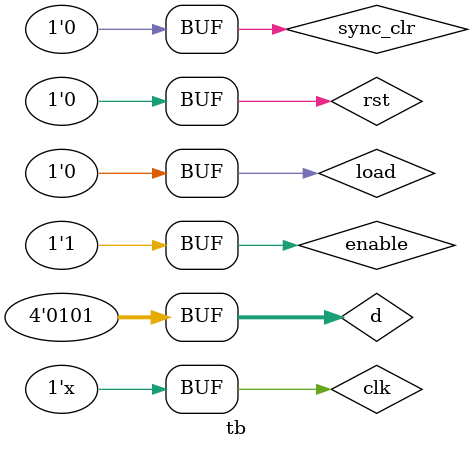
<source format=v>
module BinaryCounter(sync_clr,d,q,clk,rst,load,enable);
input load;
input [3:0]d;
input enable,clk,rst,sync_clr;
output [3:0]q;
reg [3:0] r_reg;
wire [3:0] r_next;
always @(posedge clk or posedge rst)begin
if(rst)
r_reg<=0;
else
r_reg<=r_next;
end
assign r_next=(sync_clr==1) ? 0:
				 (load==1)     ? d:
				 (enable==1)   ? r_reg +1 :
				 r_reg;
assign q=r_reg;
endmodule
/***************************************************************/
module tb();
reg load;
reg [3:0]d;
reg enable,clk,rst,sync_clr;
wire[3:0]q;

BinaryCounter obj (sync_clr,d,q,clk,rst,load,enable);
always begin
clk =~clk; #5;
end
initial begin
clk=0;enable=0;load=0;d=4'b0101;rst=1;sync_clr=0; 
#10 rst=0;
#10 enable =1;
#10 sync_clr =1;
#10 sync_clr =0;
#10 load=1;
#10 load=0;
end
endmodule
/***************************************************************/
</source>
